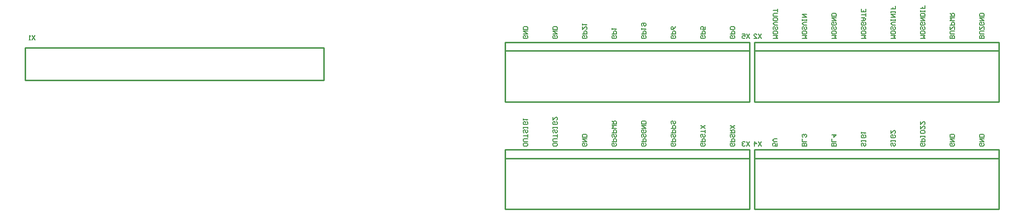
<source format=gbo>
G04*
G04 #@! TF.GenerationSoftware,Altium Limited,Altium Designer,22.7.1 (60)*
G04*
G04 Layer_Color=32896*
%FSLAX44Y44*%
%MOMM*%
G71*
G04*
G04 #@! TF.SameCoordinates,DB13E346-2415-4756-B0CF-76E855EA8E03*
G04*
G04*
G04 #@! TF.FilePolarity,Positive*
G04*
G01*
G75*
%ADD10C,0.2540*%
%ADD11C,0.1270*%
D10*
X623600Y164800D02*
Y267300D01*
Y164800D02*
X1043600D01*
X623600Y252300D02*
X1043600D01*
X623600Y267300D02*
X1043600D01*
Y164800D02*
Y267300D01*
X-201076Y202060D02*
Y257940D01*
Y202060D02*
X312004D01*
X-201076Y257940D02*
X312004D01*
Y202060D02*
Y257940D01*
X1052000Y164800D02*
Y267300D01*
X1472000Y164800D02*
Y267300D01*
X1052000D02*
X1472000D01*
X1052000Y164800D02*
X1472000D01*
X1052000Y252300D02*
X1472000D01*
X623600Y-20000D02*
Y82500D01*
Y-20000D02*
X1043600D01*
X623600Y67500D02*
X1043600D01*
X623600Y82500D02*
X1043600D01*
Y-20000D02*
Y82500D01*
X1052000Y-20000D02*
Y82500D01*
X1472000Y-20000D02*
Y82500D01*
X1052000D02*
X1472000D01*
X1052000Y-20000D02*
X1472000D01*
X1052000Y67500D02*
X1472000D01*
D11*
X1043848Y281309D02*
X1038770Y273691D01*
Y281309D02*
X1043848Y273691D01*
X1031152Y281309D02*
X1036230D01*
Y277500D01*
X1033691Y278770D01*
X1032422D01*
X1031152Y277500D01*
Y274961D01*
X1032422Y273691D01*
X1034961D01*
X1036230Y274961D01*
X-184458Y278809D02*
X-189536Y271191D01*
Y278809D02*
X-184458Y271191D01*
X-192075D02*
X-194615D01*
X-193345D01*
Y278809D01*
X-192075Y277539D01*
X1063848Y281309D02*
X1058770Y273691D01*
Y281309D02*
X1063848Y273691D01*
X1051152D02*
X1056230D01*
X1051152Y278770D01*
Y280039D01*
X1052422Y281309D01*
X1054961D01*
X1056230Y280039D01*
X1043848Y96309D02*
X1038770Y88691D01*
Y96309D02*
X1043848Y88691D01*
X1036230Y95039D02*
X1034961Y96309D01*
X1032422D01*
X1031152Y95039D01*
Y93770D01*
X1032422Y92500D01*
X1033691D01*
X1032422D01*
X1031152Y91230D01*
Y89961D01*
X1032422Y88691D01*
X1034961D01*
X1036230Y89961D01*
X1063848Y96309D02*
X1058770Y88691D01*
Y96309D02*
X1063848Y88691D01*
X1052422D02*
Y96309D01*
X1056230Y92500D01*
X1051152D01*
X1016739Y93848D02*
X1018009Y92579D01*
Y90040D01*
X1016739Y88770D01*
X1011661D01*
X1010391Y90040D01*
Y92579D01*
X1011661Y93848D01*
X1014200D01*
Y91309D01*
X1010391Y96388D02*
X1018009D01*
Y100196D01*
X1016739Y101466D01*
X1014200D01*
X1012930Y100196D01*
Y96388D01*
X1016739Y109083D02*
X1018009Y107814D01*
Y105275D01*
X1016739Y104005D01*
X1015470D01*
X1014200Y105275D01*
Y107814D01*
X1012930Y109083D01*
X1011661D01*
X1010391Y107814D01*
Y105275D01*
X1011661Y104005D01*
X1010391Y111623D02*
X1018009D01*
Y115431D01*
X1016739Y116701D01*
X1014200D01*
X1012930Y115431D01*
Y111623D01*
Y114162D02*
X1010391Y116701D01*
X1018009Y119240D02*
X1010391Y124319D01*
X1018009D02*
X1010391Y119240D01*
X1343539Y93848D02*
X1344809Y92579D01*
Y90040D01*
X1343539Y88770D01*
X1338461D01*
X1337191Y90040D01*
Y92579D01*
X1338461Y93848D01*
X1341000D01*
Y91309D01*
X1337191Y96388D02*
X1344809D01*
Y100196D01*
X1343539Y101466D01*
X1341000D01*
X1339730Y100196D01*
Y96388D01*
X1344809Y104005D02*
Y106544D01*
Y105275D01*
X1337191D01*
Y104005D01*
Y106544D01*
X1344809Y114162D02*
Y111623D01*
X1343539Y110353D01*
X1338461D01*
X1337191Y111623D01*
Y114162D01*
X1338461Y115431D01*
X1343539D01*
X1344809Y114162D01*
X1337191Y123049D02*
Y117971D01*
X1342270Y123049D01*
X1343539D01*
X1344809Y121779D01*
Y119240D01*
X1343539Y117971D01*
X1337191Y130666D02*
Y125588D01*
X1342270Y130666D01*
X1343539D01*
X1344809Y129397D01*
Y126858D01*
X1343539Y125588D01*
X1292739Y93848D02*
X1294009Y92579D01*
Y90040D01*
X1292739Y88770D01*
X1291470D01*
X1290200Y90040D01*
Y92579D01*
X1288930Y93848D01*
X1287661D01*
X1286391Y92579D01*
Y90040D01*
X1287661Y88770D01*
X1294009Y96388D02*
Y98927D01*
Y97657D01*
X1286391D01*
Y96388D01*
Y98927D01*
X1292739Y107814D02*
X1294009Y106544D01*
Y104005D01*
X1292739Y102736D01*
X1287661D01*
X1286391Y104005D01*
Y106544D01*
X1287661Y107814D01*
X1290200D01*
Y105275D01*
X1286391Y115431D02*
Y110353D01*
X1291470Y115431D01*
X1292739D01*
X1294009Y114162D01*
Y111623D01*
X1292739Y110353D01*
X1394339Y93848D02*
X1395609Y92579D01*
Y90040D01*
X1394339Y88770D01*
X1389261D01*
X1387991Y90040D01*
Y92579D01*
X1389261Y93848D01*
X1391800D01*
Y91309D01*
X1387991Y96388D02*
X1395609D01*
X1387991Y101466D01*
X1395609D01*
Y104005D02*
X1387991D01*
Y107814D01*
X1389261Y109083D01*
X1394339D01*
X1395609Y107814D01*
Y104005D01*
X1445139Y93848D02*
X1446409Y92579D01*
Y90040D01*
X1445139Y88770D01*
X1440061D01*
X1438791Y90040D01*
Y92579D01*
X1440061Y93848D01*
X1442600D01*
Y91309D01*
X1438791Y96388D02*
X1446409D01*
X1438791Y101466D01*
X1446409D01*
Y104005D02*
X1438791D01*
Y107814D01*
X1440061Y109083D01*
X1445139D01*
X1446409Y107814D01*
Y104005D01*
X1141609Y88770D02*
X1133991D01*
Y92579D01*
X1135261Y93848D01*
X1136530D01*
X1137800Y92579D01*
Y88770D01*
Y92579D01*
X1139070Y93848D01*
X1140339D01*
X1141609Y92579D01*
Y88770D01*
Y96388D02*
X1133991D01*
Y101466D01*
X1140339Y104005D02*
X1141609Y105275D01*
Y107814D01*
X1140339Y109083D01*
X1139070D01*
X1137800Y107814D01*
Y106544D01*
Y107814D01*
X1136530Y109083D01*
X1135261D01*
X1133991Y107814D01*
Y105275D01*
X1135261Y104005D01*
X1090809Y93848D02*
Y88770D01*
X1087000D01*
X1088270Y91309D01*
Y92579D01*
X1087000Y93848D01*
X1084461D01*
X1083191Y92579D01*
Y90040D01*
X1084461Y88770D01*
X1090809Y96388D02*
X1085730D01*
X1083191Y98927D01*
X1085730Y101466D01*
X1090809D01*
X1241939Y93848D02*
X1243209Y92579D01*
Y90040D01*
X1241939Y88770D01*
X1240670D01*
X1239400Y90040D01*
Y92579D01*
X1238130Y93848D01*
X1236861D01*
X1235591Y92579D01*
Y90040D01*
X1236861Y88770D01*
X1243209Y96388D02*
Y98927D01*
Y97657D01*
X1235591D01*
Y96388D01*
Y98927D01*
X1241939Y107814D02*
X1243209Y106544D01*
Y104005D01*
X1241939Y102736D01*
X1236861D01*
X1235591Y104005D01*
Y106544D01*
X1236861Y107814D01*
X1239400D01*
Y105275D01*
X1235591Y110353D02*
Y112892D01*
Y111623D01*
X1243209D01*
X1241939Y110353D01*
X1192409Y88770D02*
X1184791D01*
Y92579D01*
X1186061Y93848D01*
X1187330D01*
X1188600Y92579D01*
Y88770D01*
Y92579D01*
X1189870Y93848D01*
X1191139D01*
X1192409Y92579D01*
Y88770D01*
Y96388D02*
X1184791D01*
Y101466D01*
Y107814D02*
X1192409D01*
X1188600Y104005D01*
Y109083D01*
X965939Y93848D02*
X967209Y92579D01*
Y90040D01*
X965939Y88770D01*
X960861D01*
X959591Y90040D01*
Y92579D01*
X960861Y93848D01*
X963400D01*
Y91309D01*
X959591Y96388D02*
X967209D01*
Y100196D01*
X965939Y101466D01*
X963400D01*
X962130Y100196D01*
Y96388D01*
X965939Y109083D02*
X967209Y107814D01*
Y105275D01*
X965939Y104005D01*
X964670D01*
X963400Y105275D01*
Y107814D01*
X962130Y109083D01*
X960861D01*
X959591Y107814D01*
Y105275D01*
X960861Y104005D01*
X967209Y111623D02*
Y116701D01*
Y114162D01*
X959591D01*
X967209Y119240D02*
X959591Y124319D01*
X967209D02*
X959591Y119240D01*
X713209Y92579D02*
Y90040D01*
X711939Y88770D01*
X706861D01*
X705591Y90040D01*
Y92579D01*
X706861Y93848D01*
X711939D01*
X713209Y92579D01*
Y96388D02*
X706861D01*
X705591Y97657D01*
Y100196D01*
X706861Y101466D01*
X713209D01*
Y104005D02*
Y109083D01*
Y106544D01*
X705591D01*
X711939Y116701D02*
X713209Y115431D01*
Y112892D01*
X711939Y111623D01*
X710670D01*
X709400Y112892D01*
Y115431D01*
X708130Y116701D01*
X706861D01*
X705591Y115431D01*
Y112892D01*
X706861Y111623D01*
X713209Y119240D02*
Y121779D01*
Y120510D01*
X705591D01*
Y119240D01*
Y121779D01*
X711939Y130666D02*
X713209Y129397D01*
Y126858D01*
X711939Y125588D01*
X706861D01*
X705591Y126858D01*
Y129397D01*
X706861Y130666D01*
X709400D01*
Y128127D01*
X705591Y138284D02*
Y133206D01*
X710670Y138284D01*
X711939D01*
X713209Y137014D01*
Y134475D01*
X711939Y133206D01*
X662409Y92579D02*
Y90040D01*
X661139Y88770D01*
X656061D01*
X654791Y90040D01*
Y92579D01*
X656061Y93848D01*
X661139D01*
X662409Y92579D01*
Y96388D02*
X656061D01*
X654791Y97657D01*
Y100196D01*
X656061Y101466D01*
X662409D01*
Y104005D02*
Y109083D01*
Y106544D01*
X654791D01*
X661139Y116701D02*
X662409Y115431D01*
Y112892D01*
X661139Y111623D01*
X659870D01*
X658600Y112892D01*
Y115431D01*
X657330Y116701D01*
X656061D01*
X654791Y115431D01*
Y112892D01*
X656061Y111623D01*
X662409Y119240D02*
Y121779D01*
Y120510D01*
X654791D01*
Y119240D01*
Y121779D01*
X661139Y130666D02*
X662409Y129397D01*
Y126858D01*
X661139Y125588D01*
X656061D01*
X654791Y126858D01*
Y129397D01*
X656061Y130666D01*
X658600D01*
Y128127D01*
X654791Y133206D02*
Y135745D01*
Y134475D01*
X662409D01*
X661139Y133206D01*
X864339Y93848D02*
X865609Y92579D01*
Y90040D01*
X864339Y88770D01*
X859261D01*
X857991Y90040D01*
Y92579D01*
X859261Y93848D01*
X861800D01*
Y91309D01*
X857991Y96388D02*
X865609D01*
Y100196D01*
X864339Y101466D01*
X861800D01*
X860530Y100196D01*
Y96388D01*
X864339Y109083D02*
X865609Y107814D01*
Y105275D01*
X864339Y104005D01*
X863070D01*
X861800Y105275D01*
Y107814D01*
X860530Y109083D01*
X859261D01*
X857991Y107814D01*
Y105275D01*
X859261Y104005D01*
X864339Y116701D02*
X865609Y115431D01*
Y112892D01*
X864339Y111623D01*
X859261D01*
X857991Y112892D01*
Y115431D01*
X859261Y116701D01*
X861800D01*
Y114162D01*
X857991Y119240D02*
X865609D01*
X857991Y124319D01*
X865609D01*
Y126858D02*
X857991D01*
Y130667D01*
X859261Y131936D01*
X864339D01*
X865609Y130667D01*
Y126858D01*
X915139Y93848D02*
X916409Y92579D01*
Y90040D01*
X915139Y88770D01*
X910061D01*
X908791Y90040D01*
Y92579D01*
X910061Y93848D01*
X912600D01*
Y91309D01*
X908791Y96388D02*
X916409D01*
Y100196D01*
X915139Y101466D01*
X912600D01*
X911330Y100196D01*
Y96388D01*
X915139Y109083D02*
X916409Y107814D01*
Y105275D01*
X915139Y104005D01*
X913869D01*
X912600Y105275D01*
Y107814D01*
X911330Y109083D01*
X910061D01*
X908791Y107814D01*
Y105275D01*
X910061Y104005D01*
X908791Y111623D02*
X916409D01*
Y115431D01*
X915139Y116701D01*
X912600D01*
X911330Y115431D01*
Y111623D01*
X908791Y119240D02*
X916409D01*
Y123049D01*
X915139Y124319D01*
X912600D01*
X911330Y123049D01*
Y119240D01*
X915139Y131936D02*
X916409Y130666D01*
Y128127D01*
X915139Y126858D01*
X913869D01*
X912600Y128127D01*
Y130666D01*
X911330Y131936D01*
X910061D01*
X908791Y130666D01*
Y128127D01*
X910061Y126858D01*
X762739Y93848D02*
X764009Y92579D01*
Y90040D01*
X762739Y88770D01*
X757661D01*
X756391Y90040D01*
Y92579D01*
X757661Y93848D01*
X760200D01*
Y91309D01*
X756391Y96388D02*
X764009D01*
X756391Y101466D01*
X764009D01*
Y104005D02*
X756391D01*
Y107814D01*
X757661Y109083D01*
X762739D01*
X764009Y107814D01*
Y104005D01*
X813539Y93848D02*
X814809Y92579D01*
Y90040D01*
X813539Y88770D01*
X808461D01*
X807191Y90040D01*
Y92579D01*
X808461Y93848D01*
X811000D01*
Y91309D01*
X807191Y96388D02*
X814809D01*
Y100196D01*
X813539Y101466D01*
X811000D01*
X809730Y100196D01*
Y96388D01*
X813539Y109083D02*
X814809Y107814D01*
Y105275D01*
X813539Y104005D01*
X812270D01*
X811000Y105275D01*
Y107814D01*
X809730Y109083D01*
X808461D01*
X807191Y107814D01*
Y105275D01*
X808461Y104005D01*
X807191Y111623D02*
X814809D01*
Y115431D01*
X813539Y116701D01*
X811000D01*
X809730Y115431D01*
Y111623D01*
X814809Y119240D02*
X807191D01*
X809730Y121779D01*
X807191Y124319D01*
X814809D01*
X807191Y126858D02*
X814809D01*
Y130667D01*
X813539Y131936D01*
X811000D01*
X809730Y130667D01*
Y126858D01*
Y129397D02*
X807191Y131936D01*
X1083770Y273770D02*
X1091387D01*
X1088848Y276309D01*
X1091387Y278848D01*
X1083770D01*
X1091387Y285196D02*
Y282657D01*
X1090118Y281388D01*
X1085040D01*
X1083770Y282657D01*
Y285196D01*
X1085040Y286466D01*
X1090118D01*
X1091387Y285196D01*
X1090118Y294083D02*
X1091387Y292814D01*
Y290275D01*
X1090118Y289005D01*
X1088848D01*
X1087579Y290275D01*
Y292814D01*
X1086309Y294083D01*
X1085040D01*
X1083770Y292814D01*
Y290275D01*
X1085040Y289005D01*
X1091387Y296623D02*
X1086309D01*
X1083770Y299162D01*
X1086309Y301701D01*
X1091387D01*
Y308049D02*
Y305510D01*
X1090118Y304240D01*
X1085040D01*
X1083770Y305510D01*
Y308049D01*
X1085040Y309319D01*
X1090118D01*
X1091387Y308049D01*
Y311858D02*
X1085040D01*
X1083770Y313127D01*
Y315667D01*
X1085040Y316936D01*
X1091387D01*
Y319475D02*
Y324554D01*
Y322014D01*
X1083770D01*
X1184791Y273770D02*
X1192409D01*
X1189870Y276309D01*
X1192409Y278848D01*
X1184791D01*
X1192409Y285196D02*
Y282657D01*
X1191139Y281388D01*
X1186061D01*
X1184791Y282657D01*
Y285196D01*
X1186061Y286466D01*
X1191139D01*
X1192409Y285196D01*
X1191139Y294083D02*
X1192409Y292814D01*
Y290275D01*
X1191139Y289005D01*
X1189870D01*
X1188600Y290275D01*
Y292814D01*
X1187330Y294083D01*
X1186061D01*
X1184791Y292814D01*
Y290275D01*
X1186061Y289005D01*
X1191139Y301701D02*
X1192409Y300431D01*
Y297892D01*
X1191139Y296623D01*
X1186061D01*
X1184791Y297892D01*
Y300431D01*
X1186061Y301701D01*
X1188600D01*
Y299162D01*
X1184791Y304240D02*
X1192409D01*
X1184791Y309319D01*
X1192409D01*
Y311858D02*
X1184791D01*
Y315667D01*
X1186061Y316936D01*
X1191139D01*
X1192409Y315667D01*
Y311858D01*
X1235591Y273770D02*
X1243209D01*
X1240670Y276309D01*
X1243209Y278848D01*
X1235591D01*
X1243209Y285196D02*
Y282657D01*
X1241939Y281388D01*
X1236861D01*
X1235591Y282657D01*
Y285196D01*
X1236861Y286466D01*
X1241939D01*
X1243209Y285196D01*
X1241939Y294083D02*
X1243209Y292814D01*
Y290275D01*
X1241939Y289005D01*
X1240670D01*
X1239400Y290275D01*
Y292814D01*
X1238130Y294083D01*
X1236861D01*
X1235591Y292814D01*
Y290275D01*
X1236861Y289005D01*
X1241939Y301701D02*
X1243209Y300431D01*
Y297892D01*
X1241939Y296623D01*
X1236861D01*
X1235591Y297892D01*
Y300431D01*
X1236861Y301701D01*
X1239400D01*
Y299162D01*
X1235591Y304240D02*
X1240670D01*
X1243209Y306779D01*
X1240670Y309319D01*
X1235591D01*
X1239400D01*
Y304240D01*
X1243209Y311858D02*
Y316936D01*
Y314397D01*
X1235591D01*
X1243209Y324554D02*
Y319475D01*
X1235591D01*
Y324554D01*
X1239400Y319475D02*
Y322014D01*
X1286391Y273770D02*
X1294009D01*
X1291470Y276309D01*
X1294009Y278848D01*
X1286391D01*
X1294009Y285196D02*
Y282657D01*
X1292739Y281388D01*
X1287661D01*
X1286391Y282657D01*
Y285196D01*
X1287661Y286466D01*
X1292739D01*
X1294009Y285196D01*
X1292739Y294083D02*
X1294009Y292814D01*
Y290275D01*
X1292739Y289005D01*
X1291470D01*
X1290200Y290275D01*
Y292814D01*
X1288930Y294083D01*
X1287661D01*
X1286391Y292814D01*
Y290275D01*
X1287661Y289005D01*
X1294009Y296623D02*
X1288930D01*
X1286391Y299162D01*
X1288930Y301701D01*
X1294009D01*
Y304240D02*
Y306779D01*
Y305510D01*
X1286391D01*
Y304240D01*
Y306779D01*
Y310588D02*
X1294009D01*
X1286391Y315666D01*
X1294009D01*
Y318206D02*
Y320745D01*
Y319475D01*
X1286391D01*
Y318206D01*
Y320745D01*
X1294009Y329632D02*
Y324553D01*
X1290200D01*
Y327093D01*
Y324553D01*
X1286391D01*
X1337191Y273770D02*
X1344809D01*
X1342270Y276309D01*
X1344809Y278848D01*
X1337191D01*
X1344809Y285196D02*
Y282657D01*
X1343539Y281388D01*
X1338461D01*
X1337191Y282657D01*
Y285196D01*
X1338461Y286466D01*
X1343539D01*
X1344809Y285196D01*
X1343539Y294083D02*
X1344809Y292814D01*
Y290275D01*
X1343539Y289005D01*
X1342270D01*
X1341000Y290275D01*
Y292814D01*
X1339730Y294083D01*
X1338461D01*
X1337191Y292814D01*
Y290275D01*
X1338461Y289005D01*
X1343539Y301701D02*
X1344809Y300431D01*
Y297892D01*
X1343539Y296623D01*
X1338461D01*
X1337191Y297892D01*
Y300431D01*
X1338461Y301701D01*
X1341000D01*
Y299162D01*
X1337191Y304240D02*
X1344809D01*
X1337191Y309319D01*
X1344809D01*
Y311858D02*
X1337191D01*
Y315666D01*
X1338461Y316936D01*
X1343539D01*
X1344809Y315666D01*
Y311858D01*
Y319475D02*
Y322014D01*
Y320745D01*
X1337191D01*
Y319475D01*
Y322014D01*
X1344809Y330901D02*
Y325823D01*
X1341000D01*
Y328362D01*
Y325823D01*
X1337191D01*
X1446409Y273770D02*
X1438791D01*
Y277579D01*
X1440061Y278848D01*
X1441330D01*
X1442600Y277579D01*
Y273770D01*
Y277579D01*
X1443870Y278848D01*
X1445139D01*
X1446409Y277579D01*
Y273770D01*
Y281388D02*
X1440061D01*
X1438791Y282657D01*
Y285196D01*
X1440061Y286466D01*
X1446409D01*
Y289005D02*
Y294083D01*
X1445139D01*
X1440061Y289005D01*
X1438791D01*
Y294083D01*
X1445139Y301701D02*
X1446409Y300431D01*
Y297892D01*
X1445139Y296623D01*
X1440061D01*
X1438791Y297892D01*
Y300431D01*
X1440061Y301701D01*
X1442600D01*
Y299162D01*
X1438791Y304240D02*
X1446409D01*
X1438791Y309319D01*
X1446409D01*
Y311858D02*
X1438791D01*
Y315667D01*
X1440061Y316936D01*
X1445139D01*
X1446409Y315667D01*
Y311858D01*
X1395609Y273770D02*
X1387991D01*
Y277579D01*
X1389261Y278848D01*
X1390530D01*
X1391800Y277579D01*
Y273770D01*
Y277579D01*
X1393070Y278848D01*
X1394339D01*
X1395609Y277579D01*
Y273770D01*
Y281388D02*
X1389261D01*
X1387991Y282657D01*
Y285196D01*
X1389261Y286466D01*
X1395609D01*
Y289005D02*
Y294083D01*
X1394339D01*
X1389261Y289005D01*
X1387991D01*
Y294083D01*
Y296623D02*
X1395609D01*
Y300431D01*
X1394339Y301701D01*
X1391800D01*
X1390530Y300431D01*
Y296623D01*
X1395609Y304240D02*
X1387991D01*
X1390530Y306779D01*
X1387991Y309319D01*
X1395609D01*
X1387991Y311858D02*
X1395609D01*
Y315666D01*
X1394339Y316936D01*
X1391800D01*
X1390530Y315666D01*
Y311858D01*
Y314397D02*
X1387991Y316936D01*
X762739Y278848D02*
X764009Y277579D01*
Y275040D01*
X762739Y273770D01*
X757661D01*
X756391Y275040D01*
Y277579D01*
X757661Y278848D01*
X760200D01*
Y276309D01*
X756391Y281388D02*
X764009D01*
Y285196D01*
X762739Y286466D01*
X760200D01*
X758930Y285196D01*
Y281388D01*
X756391Y294083D02*
Y289005D01*
X761470Y294083D01*
X762739D01*
X764009Y292814D01*
Y290275D01*
X762739Y289005D01*
X756391Y296623D02*
Y299162D01*
Y297892D01*
X764009D01*
X762739Y296623D01*
X813539Y278848D02*
X814809Y277579D01*
Y275040D01*
X813539Y273770D01*
X808461D01*
X807191Y275040D01*
Y277579D01*
X808461Y278848D01*
X811000D01*
Y276309D01*
X807191Y281388D02*
X814809D01*
Y285196D01*
X813539Y286466D01*
X811000D01*
X809730Y285196D01*
Y281388D01*
X807191Y289005D02*
Y291544D01*
Y290275D01*
X814809D01*
X813539Y289005D01*
X864339Y278848D02*
X865609Y277579D01*
Y275040D01*
X864339Y273770D01*
X859261D01*
X857991Y275040D01*
Y277579D01*
X859261Y278848D01*
X861800D01*
Y276309D01*
X857991Y281388D02*
X865609D01*
Y285196D01*
X864339Y286466D01*
X861800D01*
X860530Y285196D01*
Y281388D01*
X857991Y289005D02*
Y291544D01*
Y290275D01*
X865609D01*
X864339Y289005D01*
X859261Y295353D02*
X857991Y296623D01*
Y299162D01*
X859261Y300431D01*
X864339D01*
X865609Y299162D01*
Y296623D01*
X864339Y295353D01*
X863070D01*
X861800Y296623D01*
Y300431D01*
X915139Y278848D02*
X916409Y277579D01*
Y275040D01*
X915139Y273770D01*
X910061D01*
X908791Y275040D01*
Y277579D01*
X910061Y278848D01*
X912600D01*
Y276309D01*
X908791Y281388D02*
X916409D01*
Y285196D01*
X915139Y286466D01*
X912600D01*
X911330Y285196D01*
Y281388D01*
X916409Y294083D02*
X915139Y291544D01*
X912600Y289005D01*
X910061D01*
X908791Y290275D01*
Y292814D01*
X910061Y294083D01*
X911330D01*
X912600Y292814D01*
Y289005D01*
X965939Y278848D02*
X967209Y277579D01*
Y275040D01*
X965939Y273770D01*
X960861D01*
X959591Y275040D01*
Y277579D01*
X960861Y278848D01*
X963400D01*
Y276309D01*
X959591Y281388D02*
X967209D01*
Y285196D01*
X965939Y286466D01*
X963400D01*
X962130Y285196D01*
Y281388D01*
X967209Y294083D02*
Y289005D01*
X963400D01*
X964670Y291544D01*
Y292814D01*
X963400Y294083D01*
X960861D01*
X959591Y292814D01*
Y290275D01*
X960861Y289005D01*
X1016739Y278848D02*
X1018009Y277579D01*
Y275040D01*
X1016739Y273770D01*
X1011661D01*
X1010391Y275040D01*
Y277579D01*
X1011661Y278848D01*
X1014200D01*
Y276309D01*
X1010391Y281388D02*
X1018009D01*
Y285196D01*
X1016739Y286466D01*
X1014200D01*
X1012930Y285196D01*
Y281388D01*
X1016739Y289005D02*
X1018009Y290275D01*
Y292814D01*
X1016739Y294083D01*
X1011661D01*
X1010391Y292814D01*
Y290275D01*
X1011661Y289005D01*
X1016739D01*
X711939Y278848D02*
X713209Y277579D01*
Y275040D01*
X711939Y273770D01*
X706861D01*
X705591Y275040D01*
Y277579D01*
X706861Y278848D01*
X709400D01*
Y276309D01*
X705591Y281388D02*
X713209D01*
X705591Y286466D01*
X713209D01*
Y289005D02*
X705591D01*
Y292814D01*
X706861Y294083D01*
X711939D01*
X713209Y292814D01*
Y289005D01*
X661139Y278848D02*
X662409Y277579D01*
Y275040D01*
X661139Y273770D01*
X656061D01*
X654791Y275040D01*
Y277579D01*
X656061Y278848D01*
X658600D01*
Y276309D01*
X654791Y281388D02*
X662409D01*
X654791Y286466D01*
X662409D01*
Y289005D02*
X654791D01*
Y292814D01*
X656061Y294083D01*
X661139D01*
X662409Y292814D01*
Y289005D01*
X1133991Y273770D02*
X1141609D01*
X1139070Y276309D01*
X1141609Y278848D01*
X1133991D01*
X1141609Y285196D02*
Y282657D01*
X1140339Y281388D01*
X1135261D01*
X1133991Y282657D01*
Y285196D01*
X1135261Y286466D01*
X1140339D01*
X1141609Y285196D01*
X1140339Y294083D02*
X1141609Y292814D01*
Y290275D01*
X1140339Y289005D01*
X1139070D01*
X1137800Y290275D01*
Y292814D01*
X1136530Y294083D01*
X1135261D01*
X1133991Y292814D01*
Y290275D01*
X1135261Y289005D01*
X1141609Y296623D02*
X1136530D01*
X1133991Y299162D01*
X1136530Y301701D01*
X1141609D01*
Y304240D02*
Y306779D01*
Y305510D01*
X1133991D01*
Y304240D01*
Y306779D01*
Y310588D02*
X1141609D01*
X1133991Y315666D01*
X1141609D01*
M02*

</source>
